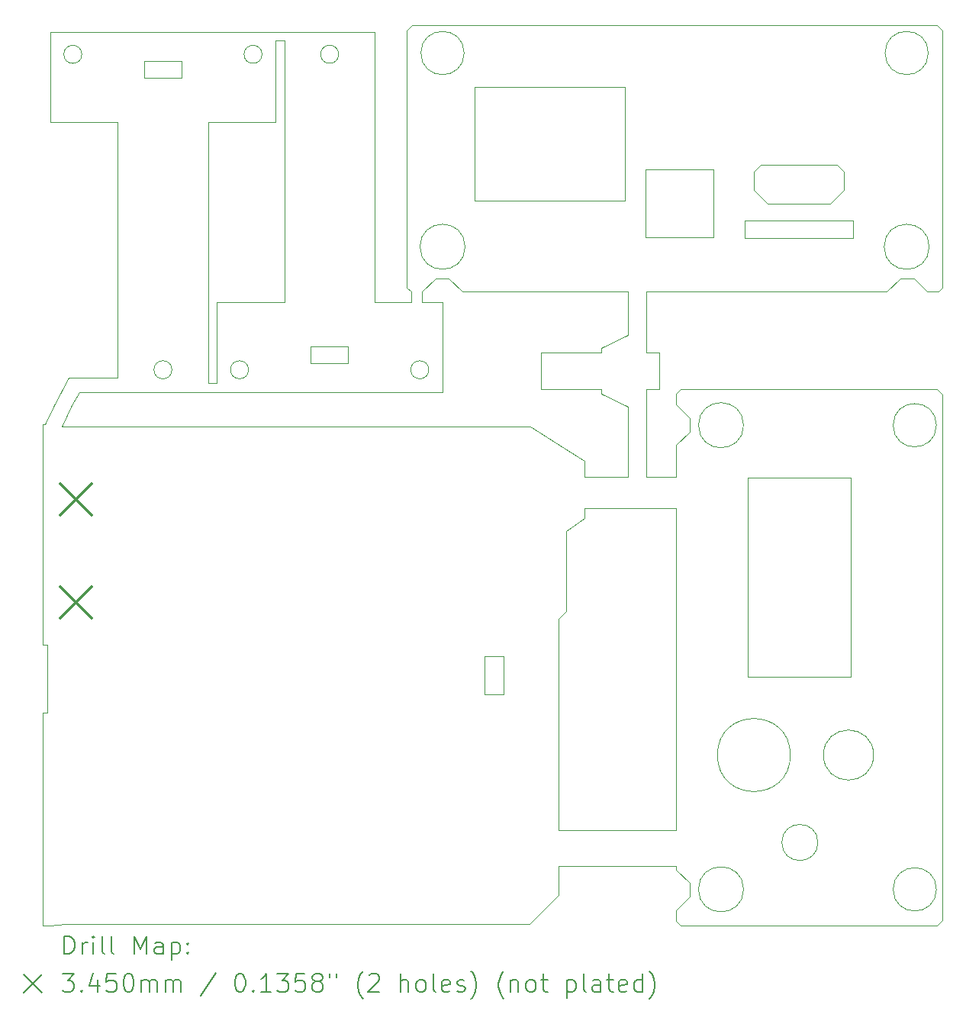
<source format=gbr>
%TF.GenerationSoftware,KiCad,Pcbnew,7.0.1-0*%
%TF.CreationDate,2023-06-29T07:12:17-04:00*%
%TF.ProjectId,CosmicWatch,436f736d-6963-4576-9174-63682e6b6963,rev?*%
%TF.SameCoordinates,Original*%
%TF.FileFunction,Drillmap*%
%TF.FilePolarity,Positive*%
%FSLAX45Y45*%
G04 Gerber Fmt 4.5, Leading zero omitted, Abs format (unit mm)*
G04 Created by KiCad (PCBNEW 7.0.1-0) date 2023-06-29 07:12:17*
%MOMM*%
%LPD*%
G01*
G04 APERTURE LIST*
%ADD10C,0.100000*%
%ADD11C,0.200000*%
%ADD12C,0.345000*%
G04 APERTURE END LIST*
D10*
X17263000Y-12971000D02*
X14748000Y-12971000D01*
X14678000Y-12971000D02*
X14213000Y-12971000D01*
X17913000Y-12971000D02*
X17263000Y-12971000D01*
X18008000Y-12971000D02*
X17913000Y-12971000D01*
X18078000Y-12971000D02*
X18013000Y-12971000D01*
X18013000Y-12971000D02*
X18008000Y-12971000D01*
X14748000Y-12971000D02*
X14678000Y-12971000D01*
X18198000Y-7451000D02*
X14233000Y-7451000D01*
X14213000Y-7451000D02*
X14233000Y-7451000D01*
X18198000Y-7451000D02*
X18298000Y-7451000D01*
X19403000Y-12971000D02*
X18078000Y-12971000D01*
X14113000Y-12986000D02*
X13998000Y-12986000D01*
X14138000Y-12976000D02*
X14113000Y-12986000D01*
X14138000Y-12976000D02*
X14203000Y-12976000D01*
X14203000Y-12976000D02*
X14213000Y-12971000D01*
X18298000Y-7451000D02*
X18518000Y-7451000D01*
X13998000Y-9636000D02*
X13998000Y-8026000D01*
X13998000Y-10626000D02*
X13998000Y-12986000D01*
X13998000Y-8026000D02*
X13998000Y-7426000D01*
X19725500Y-12648500D02*
X19403000Y-12971000D01*
X19725500Y-12331000D02*
X19725500Y-12648500D01*
X19725500Y-12331000D02*
X21028000Y-12331000D01*
X21078000Y-12986000D02*
X23928000Y-12986000D01*
X23513000Y-7036000D02*
X21078000Y-7036000D01*
X22968000Y-8016000D02*
X21828000Y-8016000D01*
X21828000Y-8016000D02*
X21828000Y-10226000D01*
X21828000Y-10226000D02*
X22968000Y-10226000D01*
X22968000Y-10226000D02*
X22968000Y-8016000D01*
X21028000Y-7206000D02*
X21178000Y-7356000D01*
X21178000Y-7356000D02*
X21178000Y-7506000D01*
X21028000Y-12816000D02*
X21178000Y-12666000D01*
X21178000Y-12666000D02*
X21178000Y-12516000D01*
X21178000Y-12516000D02*
X21028000Y-12366000D01*
X21028000Y-7086000D02*
X21028000Y-7206000D01*
X21028000Y-12816000D02*
X21028000Y-12936000D01*
X21028000Y-8356000D02*
X21028000Y-11931000D01*
X22603062Y-12066000D02*
G75*
G03*
X22603062Y-12066000I-200063J0D01*
G01*
X23928000Y-7036000D02*
X23988000Y-7096000D01*
X23928000Y-12986000D02*
X23988000Y-12926000D01*
X21028000Y-7086000D02*
X21078000Y-7036000D01*
X21078000Y-12986000D02*
X21028000Y-12936000D01*
X19408000Y-7451000D02*
X18518000Y-7451000D01*
X18903000Y-10003500D02*
X19118000Y-10003500D01*
X23220714Y-11096000D02*
G75*
G03*
X23220714Y-11096000I-277714J0D01*
G01*
X19725500Y-11931000D02*
X19725500Y-9581000D01*
X21178000Y-7506000D02*
X21028000Y-7656000D01*
X20013000Y-8471000D02*
X19808000Y-8611000D01*
X21028000Y-12331000D02*
X21028000Y-12366000D01*
X20013000Y-8356000D02*
X20013000Y-8471000D01*
X18903000Y-10418500D02*
X18903000Y-10003500D01*
X19788000Y-7691000D02*
X20013000Y-7836000D01*
X16435502Y-3320863D02*
G75*
G03*
X16435502Y-3320863I-100000J0D01*
G01*
X15435502Y-6820863D02*
G75*
G03*
X15435502Y-6820863I-100000J0D01*
G01*
X14835502Y-5520863D02*
X14835500Y-6908500D01*
X15543000Y-3398500D02*
X15543000Y-3578500D01*
X15543000Y-3578500D02*
X15128000Y-3578500D01*
X15128000Y-3578500D02*
X15128000Y-3398500D01*
X15128000Y-3398500D02*
X15543000Y-3398500D01*
X14835502Y-7070863D02*
X15705502Y-7070863D01*
X15935502Y-7070863D02*
X15705502Y-7070863D01*
X19788000Y-7691000D02*
X19408000Y-7451000D01*
X20495500Y-8011000D02*
X20035500Y-8011000D01*
X20013000Y-8356000D02*
X21028000Y-8356000D01*
X21778000Y-7436000D02*
G75*
G03*
X21778000Y-7436000I-250000J0D01*
G01*
X23918000Y-7436000D02*
G75*
G03*
X23918000Y-7436000I-240000J0D01*
G01*
X23918000Y-12586000D02*
G75*
G03*
X23918000Y-12586000I-240000J0D01*
G01*
X21778000Y-12586000D02*
G75*
G03*
X21778000Y-12586000I-250000J0D01*
G01*
X13998000Y-9876000D02*
X13998000Y-9636000D01*
X17685502Y-6070863D02*
X17685502Y-3070863D01*
X16685502Y-3170863D02*
X16685502Y-6070863D01*
X17285502Y-3320863D02*
G75*
G03*
X17285502Y-3320863I-100000J0D01*
G01*
X18285500Y-6820863D02*
G75*
G03*
X18285500Y-6820863I-100000J0D01*
G01*
X21028000Y-8011000D02*
X21028000Y-7656000D01*
X15835502Y-6970863D02*
X15835502Y-4070863D01*
X18508000Y-5806000D02*
X18658000Y-5956000D01*
X18358000Y-5806000D02*
X18508000Y-5806000D01*
X23518000Y-5806000D02*
X23368000Y-5956000D01*
X18038000Y-3056000D02*
X18038000Y-5906000D01*
X23988000Y-5906000D02*
X23988000Y-3056000D01*
X18208000Y-5956000D02*
X18358000Y-5806000D01*
X23818000Y-5956000D02*
X23668000Y-5806000D01*
X23668000Y-5806000D02*
X23518000Y-5806000D01*
X22893000Y-4716000D02*
X22893000Y-4621000D01*
X22818000Y-4546000D02*
X21968000Y-4546000D01*
X21893000Y-4621000D02*
X21893000Y-4826000D01*
X22043000Y-4976000D02*
X22743000Y-4976000D01*
X22893000Y-4826000D02*
X22893000Y-4716000D01*
X18798000Y-4946000D02*
X20458000Y-4946000D01*
X20458000Y-3686000D02*
X18798000Y-3686000D01*
X18798000Y-3686000D02*
X18798000Y-4946000D01*
X23348000Y-5956000D02*
X20695500Y-5956000D01*
X23368000Y-5956000D02*
X23348000Y-5956000D01*
X18088000Y-5956000D02*
X18088000Y-6071000D01*
X20458000Y-4946000D02*
X20458000Y-3686000D01*
X18658000Y-5956000D02*
X20495500Y-5956000D01*
X23938000Y-5956000D02*
X23988000Y-5906000D01*
X18038000Y-5906000D02*
X18088000Y-5956000D01*
X22993000Y-5161000D02*
X22993000Y-5356000D01*
X22993000Y-5356000D02*
X21793000Y-5356000D01*
X21793000Y-5356000D02*
X21793000Y-5161000D01*
X21793000Y-5161000D02*
X22993000Y-5161000D01*
X18038000Y-3056000D02*
X18098000Y-2996000D01*
X23988000Y-3056000D02*
X23928000Y-2996000D01*
X18098000Y-2996000D02*
X23928000Y-2996000D01*
X22043000Y-4976000D02*
X21893000Y-4826000D01*
X22743000Y-4976000D02*
X22893000Y-4826000D01*
X22893000Y-4621000D02*
X22818000Y-4546000D01*
X21893000Y-4621000D02*
X21968000Y-4546000D01*
X23818000Y-5956000D02*
X23938000Y-5956000D01*
X18678000Y-3306000D02*
G75*
G03*
X18678000Y-3306000I-240000J0D01*
G01*
X18688000Y-5456000D02*
G75*
G03*
X18688000Y-5456000I-250000J0D01*
G01*
X23838000Y-5456000D02*
G75*
G03*
X23838000Y-5456000I-250000J0D01*
G01*
X23828000Y-3306000D02*
G75*
G03*
X23828000Y-3306000I-240000J0D01*
G01*
X21448000Y-5351000D02*
X20693000Y-5351000D01*
X21448000Y-4601000D02*
X21448000Y-5351000D01*
X21448000Y-4601000D02*
X20693000Y-4601000D01*
X20693000Y-5351000D02*
X20693000Y-4601000D01*
X14023000Y-7426000D02*
X14133000Y-7211000D01*
X19535500Y-7033500D02*
X20195500Y-7033500D01*
X20695500Y-6633500D02*
X20695500Y-5956000D01*
X20695500Y-8011000D02*
X20695500Y-7033500D01*
X20695500Y-7033500D02*
X20843000Y-7033500D01*
X20195500Y-6633500D02*
X20195500Y-6581000D01*
X20695500Y-6633500D02*
X20843000Y-6633500D01*
X20195500Y-6633500D02*
X19533000Y-6633500D01*
X13998000Y-9876000D02*
X14053000Y-9876000D01*
X15935502Y-6070863D02*
X16685502Y-6070863D01*
X20195500Y-7086000D02*
X20495500Y-7233500D01*
X14835502Y-7070863D02*
X14408000Y-7071000D01*
X23913000Y-7036000D02*
X23928000Y-7036000D01*
X14290500Y-6908500D02*
X14835500Y-6908500D01*
X18435502Y-7070863D02*
X15935502Y-7070863D01*
X19533000Y-6633500D02*
X19533000Y-7033500D01*
X14835502Y-3070863D02*
X15835502Y-3070863D01*
X16975500Y-6746000D02*
X16975500Y-6566000D01*
X19863000Y-11929000D02*
X19725500Y-11931000D01*
X19808000Y-8611000D02*
X19808000Y-9496000D01*
X19118000Y-10003500D02*
X19118000Y-10418500D01*
X18088000Y-6071000D02*
X17685502Y-6070863D01*
X15935502Y-6970863D02*
X15835502Y-6970863D01*
X20495500Y-6433500D02*
X20495500Y-5956000D01*
X17390500Y-6746000D02*
X16975500Y-6746000D01*
X20495500Y-8011000D02*
X20495500Y-7233500D01*
X18435502Y-7070863D02*
X18435500Y-6071000D01*
X15935502Y-6970863D02*
X15935502Y-6070863D01*
X14835502Y-4070863D02*
X14835502Y-5520863D01*
X16685502Y-3070863D02*
X17685502Y-3070863D01*
X14435502Y-3320863D02*
G75*
G03*
X14435502Y-3320863I-100000J0D01*
G01*
X14053000Y-10626000D02*
X13998000Y-10626000D01*
X16975500Y-6566000D02*
X17390500Y-6566000D01*
X16585502Y-4070863D02*
X15835502Y-4070863D01*
X15835502Y-3070863D02*
X16685502Y-3070863D01*
X20195500Y-7033500D02*
X20195500Y-7086000D01*
X16585502Y-3170863D02*
X16685502Y-3170863D01*
X20013000Y-8011000D02*
X20035500Y-8011000D01*
X14053000Y-9876000D02*
X14053000Y-10626000D01*
X19533000Y-7033500D02*
X19535500Y-7033500D01*
X14133000Y-7211000D02*
X14290500Y-6908500D01*
X20013000Y-7836000D02*
X20013000Y-8011000D01*
X23513000Y-7036000D02*
X23913000Y-7036000D01*
X14085502Y-3070863D02*
X14085502Y-4070863D01*
X20843000Y-6633500D02*
X20843000Y-7033500D01*
X23988000Y-7096000D02*
X23988000Y-12926000D01*
X22298031Y-11096000D02*
G75*
G03*
X22298031Y-11096000I-405031J0D01*
G01*
X16285500Y-6820863D02*
G75*
G03*
X16285500Y-6820863I-100000J0D01*
G01*
X14213000Y-7451000D02*
X14323000Y-7211000D01*
X20695500Y-8011000D02*
X21028000Y-8011000D01*
X14085502Y-4070863D02*
X14835502Y-4070863D01*
X18208000Y-6071000D02*
X18435500Y-6071000D01*
X19118000Y-10418500D02*
X18903000Y-10418500D01*
X19863000Y-11929000D02*
X21028000Y-11931000D01*
X18208000Y-5956000D02*
X18208000Y-6071000D01*
X19808000Y-9496000D02*
X19725500Y-9581000D01*
X14835502Y-3070863D02*
X14085502Y-3070863D01*
X20195500Y-6581000D02*
X20495500Y-6433500D01*
X16585502Y-4070863D02*
X16585502Y-3170863D01*
X17390500Y-6566000D02*
X17390500Y-6746000D01*
X14023000Y-7426000D02*
X13998000Y-7426000D01*
X14408000Y-7071000D02*
X14323000Y-7211000D01*
D11*
D12*
X14198500Y-8085500D02*
X14543500Y-8430500D01*
X14543500Y-8085500D02*
X14198500Y-8430500D01*
X14198500Y-9228500D02*
X14543500Y-9573500D01*
X14543500Y-9228500D02*
X14198500Y-9573500D01*
D11*
X14240619Y-13303524D02*
X14240619Y-13103524D01*
X14240619Y-13103524D02*
X14288238Y-13103524D01*
X14288238Y-13103524D02*
X14316809Y-13113048D01*
X14316809Y-13113048D02*
X14335857Y-13132095D01*
X14335857Y-13132095D02*
X14345381Y-13151143D01*
X14345381Y-13151143D02*
X14354905Y-13189238D01*
X14354905Y-13189238D02*
X14354905Y-13217809D01*
X14354905Y-13217809D02*
X14345381Y-13255905D01*
X14345381Y-13255905D02*
X14335857Y-13274952D01*
X14335857Y-13274952D02*
X14316809Y-13294000D01*
X14316809Y-13294000D02*
X14288238Y-13303524D01*
X14288238Y-13303524D02*
X14240619Y-13303524D01*
X14440619Y-13303524D02*
X14440619Y-13170190D01*
X14440619Y-13208286D02*
X14450143Y-13189238D01*
X14450143Y-13189238D02*
X14459667Y-13179714D01*
X14459667Y-13179714D02*
X14478714Y-13170190D01*
X14478714Y-13170190D02*
X14497762Y-13170190D01*
X14564428Y-13303524D02*
X14564428Y-13170190D01*
X14564428Y-13103524D02*
X14554905Y-13113048D01*
X14554905Y-13113048D02*
X14564428Y-13122571D01*
X14564428Y-13122571D02*
X14573952Y-13113048D01*
X14573952Y-13113048D02*
X14564428Y-13103524D01*
X14564428Y-13103524D02*
X14564428Y-13122571D01*
X14688238Y-13303524D02*
X14669190Y-13294000D01*
X14669190Y-13294000D02*
X14659667Y-13274952D01*
X14659667Y-13274952D02*
X14659667Y-13103524D01*
X14793000Y-13303524D02*
X14773952Y-13294000D01*
X14773952Y-13294000D02*
X14764428Y-13274952D01*
X14764428Y-13274952D02*
X14764428Y-13103524D01*
X15021571Y-13303524D02*
X15021571Y-13103524D01*
X15021571Y-13103524D02*
X15088238Y-13246381D01*
X15088238Y-13246381D02*
X15154905Y-13103524D01*
X15154905Y-13103524D02*
X15154905Y-13303524D01*
X15335857Y-13303524D02*
X15335857Y-13198762D01*
X15335857Y-13198762D02*
X15326333Y-13179714D01*
X15326333Y-13179714D02*
X15307286Y-13170190D01*
X15307286Y-13170190D02*
X15269190Y-13170190D01*
X15269190Y-13170190D02*
X15250143Y-13179714D01*
X15335857Y-13294000D02*
X15316809Y-13303524D01*
X15316809Y-13303524D02*
X15269190Y-13303524D01*
X15269190Y-13303524D02*
X15250143Y-13294000D01*
X15250143Y-13294000D02*
X15240619Y-13274952D01*
X15240619Y-13274952D02*
X15240619Y-13255905D01*
X15240619Y-13255905D02*
X15250143Y-13236857D01*
X15250143Y-13236857D02*
X15269190Y-13227333D01*
X15269190Y-13227333D02*
X15316809Y-13227333D01*
X15316809Y-13227333D02*
X15335857Y-13217809D01*
X15431095Y-13170190D02*
X15431095Y-13370190D01*
X15431095Y-13179714D02*
X15450143Y-13170190D01*
X15450143Y-13170190D02*
X15488238Y-13170190D01*
X15488238Y-13170190D02*
X15507286Y-13179714D01*
X15507286Y-13179714D02*
X15516809Y-13189238D01*
X15516809Y-13189238D02*
X15526333Y-13208286D01*
X15526333Y-13208286D02*
X15526333Y-13265428D01*
X15526333Y-13265428D02*
X15516809Y-13284476D01*
X15516809Y-13284476D02*
X15507286Y-13294000D01*
X15507286Y-13294000D02*
X15488238Y-13303524D01*
X15488238Y-13303524D02*
X15450143Y-13303524D01*
X15450143Y-13303524D02*
X15431095Y-13294000D01*
X15612048Y-13284476D02*
X15621571Y-13294000D01*
X15621571Y-13294000D02*
X15612048Y-13303524D01*
X15612048Y-13303524D02*
X15602524Y-13294000D01*
X15602524Y-13294000D02*
X15612048Y-13284476D01*
X15612048Y-13284476D02*
X15612048Y-13303524D01*
X15612048Y-13179714D02*
X15621571Y-13189238D01*
X15621571Y-13189238D02*
X15612048Y-13198762D01*
X15612048Y-13198762D02*
X15602524Y-13189238D01*
X15602524Y-13189238D02*
X15612048Y-13179714D01*
X15612048Y-13179714D02*
X15612048Y-13198762D01*
X13793000Y-13531000D02*
X13993000Y-13731000D01*
X13993000Y-13531000D02*
X13793000Y-13731000D01*
X14221571Y-13523524D02*
X14345381Y-13523524D01*
X14345381Y-13523524D02*
X14278714Y-13599714D01*
X14278714Y-13599714D02*
X14307286Y-13599714D01*
X14307286Y-13599714D02*
X14326333Y-13609238D01*
X14326333Y-13609238D02*
X14335857Y-13618762D01*
X14335857Y-13618762D02*
X14345381Y-13637809D01*
X14345381Y-13637809D02*
X14345381Y-13685428D01*
X14345381Y-13685428D02*
X14335857Y-13704476D01*
X14335857Y-13704476D02*
X14326333Y-13714000D01*
X14326333Y-13714000D02*
X14307286Y-13723524D01*
X14307286Y-13723524D02*
X14250143Y-13723524D01*
X14250143Y-13723524D02*
X14231095Y-13714000D01*
X14231095Y-13714000D02*
X14221571Y-13704476D01*
X14431095Y-13704476D02*
X14440619Y-13714000D01*
X14440619Y-13714000D02*
X14431095Y-13723524D01*
X14431095Y-13723524D02*
X14421571Y-13714000D01*
X14421571Y-13714000D02*
X14431095Y-13704476D01*
X14431095Y-13704476D02*
X14431095Y-13723524D01*
X14612048Y-13590190D02*
X14612048Y-13723524D01*
X14564428Y-13514000D02*
X14516809Y-13656857D01*
X14516809Y-13656857D02*
X14640619Y-13656857D01*
X14812048Y-13523524D02*
X14716809Y-13523524D01*
X14716809Y-13523524D02*
X14707286Y-13618762D01*
X14707286Y-13618762D02*
X14716809Y-13609238D01*
X14716809Y-13609238D02*
X14735857Y-13599714D01*
X14735857Y-13599714D02*
X14783476Y-13599714D01*
X14783476Y-13599714D02*
X14802524Y-13609238D01*
X14802524Y-13609238D02*
X14812048Y-13618762D01*
X14812048Y-13618762D02*
X14821571Y-13637809D01*
X14821571Y-13637809D02*
X14821571Y-13685428D01*
X14821571Y-13685428D02*
X14812048Y-13704476D01*
X14812048Y-13704476D02*
X14802524Y-13714000D01*
X14802524Y-13714000D02*
X14783476Y-13723524D01*
X14783476Y-13723524D02*
X14735857Y-13723524D01*
X14735857Y-13723524D02*
X14716809Y-13714000D01*
X14716809Y-13714000D02*
X14707286Y-13704476D01*
X14945381Y-13523524D02*
X14964429Y-13523524D01*
X14964429Y-13523524D02*
X14983476Y-13533048D01*
X14983476Y-13533048D02*
X14993000Y-13542571D01*
X14993000Y-13542571D02*
X15002524Y-13561619D01*
X15002524Y-13561619D02*
X15012048Y-13599714D01*
X15012048Y-13599714D02*
X15012048Y-13647333D01*
X15012048Y-13647333D02*
X15002524Y-13685428D01*
X15002524Y-13685428D02*
X14993000Y-13704476D01*
X14993000Y-13704476D02*
X14983476Y-13714000D01*
X14983476Y-13714000D02*
X14964429Y-13723524D01*
X14964429Y-13723524D02*
X14945381Y-13723524D01*
X14945381Y-13723524D02*
X14926333Y-13714000D01*
X14926333Y-13714000D02*
X14916809Y-13704476D01*
X14916809Y-13704476D02*
X14907286Y-13685428D01*
X14907286Y-13685428D02*
X14897762Y-13647333D01*
X14897762Y-13647333D02*
X14897762Y-13599714D01*
X14897762Y-13599714D02*
X14907286Y-13561619D01*
X14907286Y-13561619D02*
X14916809Y-13542571D01*
X14916809Y-13542571D02*
X14926333Y-13533048D01*
X14926333Y-13533048D02*
X14945381Y-13523524D01*
X15097762Y-13723524D02*
X15097762Y-13590190D01*
X15097762Y-13609238D02*
X15107286Y-13599714D01*
X15107286Y-13599714D02*
X15126333Y-13590190D01*
X15126333Y-13590190D02*
X15154905Y-13590190D01*
X15154905Y-13590190D02*
X15173952Y-13599714D01*
X15173952Y-13599714D02*
X15183476Y-13618762D01*
X15183476Y-13618762D02*
X15183476Y-13723524D01*
X15183476Y-13618762D02*
X15193000Y-13599714D01*
X15193000Y-13599714D02*
X15212048Y-13590190D01*
X15212048Y-13590190D02*
X15240619Y-13590190D01*
X15240619Y-13590190D02*
X15259667Y-13599714D01*
X15259667Y-13599714D02*
X15269190Y-13618762D01*
X15269190Y-13618762D02*
X15269190Y-13723524D01*
X15364429Y-13723524D02*
X15364429Y-13590190D01*
X15364429Y-13609238D02*
X15373952Y-13599714D01*
X15373952Y-13599714D02*
X15393000Y-13590190D01*
X15393000Y-13590190D02*
X15421571Y-13590190D01*
X15421571Y-13590190D02*
X15440619Y-13599714D01*
X15440619Y-13599714D02*
X15450143Y-13618762D01*
X15450143Y-13618762D02*
X15450143Y-13723524D01*
X15450143Y-13618762D02*
X15459667Y-13599714D01*
X15459667Y-13599714D02*
X15478714Y-13590190D01*
X15478714Y-13590190D02*
X15507286Y-13590190D01*
X15507286Y-13590190D02*
X15526333Y-13599714D01*
X15526333Y-13599714D02*
X15535857Y-13618762D01*
X15535857Y-13618762D02*
X15535857Y-13723524D01*
X15926333Y-13514000D02*
X15754905Y-13771143D01*
X16183476Y-13523524D02*
X16202524Y-13523524D01*
X16202524Y-13523524D02*
X16221572Y-13533048D01*
X16221572Y-13533048D02*
X16231095Y-13542571D01*
X16231095Y-13542571D02*
X16240619Y-13561619D01*
X16240619Y-13561619D02*
X16250143Y-13599714D01*
X16250143Y-13599714D02*
X16250143Y-13647333D01*
X16250143Y-13647333D02*
X16240619Y-13685428D01*
X16240619Y-13685428D02*
X16231095Y-13704476D01*
X16231095Y-13704476D02*
X16221572Y-13714000D01*
X16221572Y-13714000D02*
X16202524Y-13723524D01*
X16202524Y-13723524D02*
X16183476Y-13723524D01*
X16183476Y-13723524D02*
X16164429Y-13714000D01*
X16164429Y-13714000D02*
X16154905Y-13704476D01*
X16154905Y-13704476D02*
X16145381Y-13685428D01*
X16145381Y-13685428D02*
X16135857Y-13647333D01*
X16135857Y-13647333D02*
X16135857Y-13599714D01*
X16135857Y-13599714D02*
X16145381Y-13561619D01*
X16145381Y-13561619D02*
X16154905Y-13542571D01*
X16154905Y-13542571D02*
X16164429Y-13533048D01*
X16164429Y-13533048D02*
X16183476Y-13523524D01*
X16335857Y-13704476D02*
X16345381Y-13714000D01*
X16345381Y-13714000D02*
X16335857Y-13723524D01*
X16335857Y-13723524D02*
X16326333Y-13714000D01*
X16326333Y-13714000D02*
X16335857Y-13704476D01*
X16335857Y-13704476D02*
X16335857Y-13723524D01*
X16535857Y-13723524D02*
X16421572Y-13723524D01*
X16478714Y-13723524D02*
X16478714Y-13523524D01*
X16478714Y-13523524D02*
X16459667Y-13552095D01*
X16459667Y-13552095D02*
X16440619Y-13571143D01*
X16440619Y-13571143D02*
X16421572Y-13580667D01*
X16602524Y-13523524D02*
X16726333Y-13523524D01*
X16726333Y-13523524D02*
X16659667Y-13599714D01*
X16659667Y-13599714D02*
X16688238Y-13599714D01*
X16688238Y-13599714D02*
X16707286Y-13609238D01*
X16707286Y-13609238D02*
X16716810Y-13618762D01*
X16716810Y-13618762D02*
X16726333Y-13637809D01*
X16726333Y-13637809D02*
X16726333Y-13685428D01*
X16726333Y-13685428D02*
X16716810Y-13704476D01*
X16716810Y-13704476D02*
X16707286Y-13714000D01*
X16707286Y-13714000D02*
X16688238Y-13723524D01*
X16688238Y-13723524D02*
X16631095Y-13723524D01*
X16631095Y-13723524D02*
X16612048Y-13714000D01*
X16612048Y-13714000D02*
X16602524Y-13704476D01*
X16907286Y-13523524D02*
X16812048Y-13523524D01*
X16812048Y-13523524D02*
X16802524Y-13618762D01*
X16802524Y-13618762D02*
X16812048Y-13609238D01*
X16812048Y-13609238D02*
X16831095Y-13599714D01*
X16831095Y-13599714D02*
X16878715Y-13599714D01*
X16878715Y-13599714D02*
X16897762Y-13609238D01*
X16897762Y-13609238D02*
X16907286Y-13618762D01*
X16907286Y-13618762D02*
X16916810Y-13637809D01*
X16916810Y-13637809D02*
X16916810Y-13685428D01*
X16916810Y-13685428D02*
X16907286Y-13704476D01*
X16907286Y-13704476D02*
X16897762Y-13714000D01*
X16897762Y-13714000D02*
X16878715Y-13723524D01*
X16878715Y-13723524D02*
X16831095Y-13723524D01*
X16831095Y-13723524D02*
X16812048Y-13714000D01*
X16812048Y-13714000D02*
X16802524Y-13704476D01*
X17031095Y-13609238D02*
X17012048Y-13599714D01*
X17012048Y-13599714D02*
X17002524Y-13590190D01*
X17002524Y-13590190D02*
X16993000Y-13571143D01*
X16993000Y-13571143D02*
X16993000Y-13561619D01*
X16993000Y-13561619D02*
X17002524Y-13542571D01*
X17002524Y-13542571D02*
X17012048Y-13533048D01*
X17012048Y-13533048D02*
X17031095Y-13523524D01*
X17031095Y-13523524D02*
X17069191Y-13523524D01*
X17069191Y-13523524D02*
X17088238Y-13533048D01*
X17088238Y-13533048D02*
X17097762Y-13542571D01*
X17097762Y-13542571D02*
X17107286Y-13561619D01*
X17107286Y-13561619D02*
X17107286Y-13571143D01*
X17107286Y-13571143D02*
X17097762Y-13590190D01*
X17097762Y-13590190D02*
X17088238Y-13599714D01*
X17088238Y-13599714D02*
X17069191Y-13609238D01*
X17069191Y-13609238D02*
X17031095Y-13609238D01*
X17031095Y-13609238D02*
X17012048Y-13618762D01*
X17012048Y-13618762D02*
X17002524Y-13628286D01*
X17002524Y-13628286D02*
X16993000Y-13647333D01*
X16993000Y-13647333D02*
X16993000Y-13685428D01*
X16993000Y-13685428D02*
X17002524Y-13704476D01*
X17002524Y-13704476D02*
X17012048Y-13714000D01*
X17012048Y-13714000D02*
X17031095Y-13723524D01*
X17031095Y-13723524D02*
X17069191Y-13723524D01*
X17069191Y-13723524D02*
X17088238Y-13714000D01*
X17088238Y-13714000D02*
X17097762Y-13704476D01*
X17097762Y-13704476D02*
X17107286Y-13685428D01*
X17107286Y-13685428D02*
X17107286Y-13647333D01*
X17107286Y-13647333D02*
X17097762Y-13628286D01*
X17097762Y-13628286D02*
X17088238Y-13618762D01*
X17088238Y-13618762D02*
X17069191Y-13609238D01*
X17183476Y-13523524D02*
X17183476Y-13561619D01*
X17259667Y-13523524D02*
X17259667Y-13561619D01*
X17554905Y-13799714D02*
X17545381Y-13790190D01*
X17545381Y-13790190D02*
X17526334Y-13761619D01*
X17526334Y-13761619D02*
X17516810Y-13742571D01*
X17516810Y-13742571D02*
X17507286Y-13714000D01*
X17507286Y-13714000D02*
X17497762Y-13666381D01*
X17497762Y-13666381D02*
X17497762Y-13628286D01*
X17497762Y-13628286D02*
X17507286Y-13580667D01*
X17507286Y-13580667D02*
X17516810Y-13552095D01*
X17516810Y-13552095D02*
X17526334Y-13533048D01*
X17526334Y-13533048D02*
X17545381Y-13504476D01*
X17545381Y-13504476D02*
X17554905Y-13494952D01*
X17621572Y-13542571D02*
X17631096Y-13533048D01*
X17631096Y-13533048D02*
X17650143Y-13523524D01*
X17650143Y-13523524D02*
X17697762Y-13523524D01*
X17697762Y-13523524D02*
X17716810Y-13533048D01*
X17716810Y-13533048D02*
X17726334Y-13542571D01*
X17726334Y-13542571D02*
X17735857Y-13561619D01*
X17735857Y-13561619D02*
X17735857Y-13580667D01*
X17735857Y-13580667D02*
X17726334Y-13609238D01*
X17726334Y-13609238D02*
X17612048Y-13723524D01*
X17612048Y-13723524D02*
X17735857Y-13723524D01*
X17973953Y-13723524D02*
X17973953Y-13523524D01*
X18059667Y-13723524D02*
X18059667Y-13618762D01*
X18059667Y-13618762D02*
X18050143Y-13599714D01*
X18050143Y-13599714D02*
X18031096Y-13590190D01*
X18031096Y-13590190D02*
X18002524Y-13590190D01*
X18002524Y-13590190D02*
X17983477Y-13599714D01*
X17983477Y-13599714D02*
X17973953Y-13609238D01*
X18183477Y-13723524D02*
X18164429Y-13714000D01*
X18164429Y-13714000D02*
X18154905Y-13704476D01*
X18154905Y-13704476D02*
X18145381Y-13685428D01*
X18145381Y-13685428D02*
X18145381Y-13628286D01*
X18145381Y-13628286D02*
X18154905Y-13609238D01*
X18154905Y-13609238D02*
X18164429Y-13599714D01*
X18164429Y-13599714D02*
X18183477Y-13590190D01*
X18183477Y-13590190D02*
X18212048Y-13590190D01*
X18212048Y-13590190D02*
X18231096Y-13599714D01*
X18231096Y-13599714D02*
X18240619Y-13609238D01*
X18240619Y-13609238D02*
X18250143Y-13628286D01*
X18250143Y-13628286D02*
X18250143Y-13685428D01*
X18250143Y-13685428D02*
X18240619Y-13704476D01*
X18240619Y-13704476D02*
X18231096Y-13714000D01*
X18231096Y-13714000D02*
X18212048Y-13723524D01*
X18212048Y-13723524D02*
X18183477Y-13723524D01*
X18364429Y-13723524D02*
X18345381Y-13714000D01*
X18345381Y-13714000D02*
X18335858Y-13694952D01*
X18335858Y-13694952D02*
X18335858Y-13523524D01*
X18516810Y-13714000D02*
X18497762Y-13723524D01*
X18497762Y-13723524D02*
X18459667Y-13723524D01*
X18459667Y-13723524D02*
X18440619Y-13714000D01*
X18440619Y-13714000D02*
X18431096Y-13694952D01*
X18431096Y-13694952D02*
X18431096Y-13618762D01*
X18431096Y-13618762D02*
X18440619Y-13599714D01*
X18440619Y-13599714D02*
X18459667Y-13590190D01*
X18459667Y-13590190D02*
X18497762Y-13590190D01*
X18497762Y-13590190D02*
X18516810Y-13599714D01*
X18516810Y-13599714D02*
X18526334Y-13618762D01*
X18526334Y-13618762D02*
X18526334Y-13637809D01*
X18526334Y-13637809D02*
X18431096Y-13656857D01*
X18602524Y-13714000D02*
X18621572Y-13723524D01*
X18621572Y-13723524D02*
X18659667Y-13723524D01*
X18659667Y-13723524D02*
X18678715Y-13714000D01*
X18678715Y-13714000D02*
X18688239Y-13694952D01*
X18688239Y-13694952D02*
X18688239Y-13685428D01*
X18688239Y-13685428D02*
X18678715Y-13666381D01*
X18678715Y-13666381D02*
X18659667Y-13656857D01*
X18659667Y-13656857D02*
X18631096Y-13656857D01*
X18631096Y-13656857D02*
X18612048Y-13647333D01*
X18612048Y-13647333D02*
X18602524Y-13628286D01*
X18602524Y-13628286D02*
X18602524Y-13618762D01*
X18602524Y-13618762D02*
X18612048Y-13599714D01*
X18612048Y-13599714D02*
X18631096Y-13590190D01*
X18631096Y-13590190D02*
X18659667Y-13590190D01*
X18659667Y-13590190D02*
X18678715Y-13599714D01*
X18754905Y-13799714D02*
X18764429Y-13790190D01*
X18764429Y-13790190D02*
X18783477Y-13761619D01*
X18783477Y-13761619D02*
X18793000Y-13742571D01*
X18793000Y-13742571D02*
X18802524Y-13714000D01*
X18802524Y-13714000D02*
X18812048Y-13666381D01*
X18812048Y-13666381D02*
X18812048Y-13628286D01*
X18812048Y-13628286D02*
X18802524Y-13580667D01*
X18802524Y-13580667D02*
X18793000Y-13552095D01*
X18793000Y-13552095D02*
X18783477Y-13533048D01*
X18783477Y-13533048D02*
X18764429Y-13504476D01*
X18764429Y-13504476D02*
X18754905Y-13494952D01*
X19116810Y-13799714D02*
X19107286Y-13790190D01*
X19107286Y-13790190D02*
X19088239Y-13761619D01*
X19088239Y-13761619D02*
X19078715Y-13742571D01*
X19078715Y-13742571D02*
X19069191Y-13714000D01*
X19069191Y-13714000D02*
X19059667Y-13666381D01*
X19059667Y-13666381D02*
X19059667Y-13628286D01*
X19059667Y-13628286D02*
X19069191Y-13580667D01*
X19069191Y-13580667D02*
X19078715Y-13552095D01*
X19078715Y-13552095D02*
X19088239Y-13533048D01*
X19088239Y-13533048D02*
X19107286Y-13504476D01*
X19107286Y-13504476D02*
X19116810Y-13494952D01*
X19193000Y-13590190D02*
X19193000Y-13723524D01*
X19193000Y-13609238D02*
X19202524Y-13599714D01*
X19202524Y-13599714D02*
X19221572Y-13590190D01*
X19221572Y-13590190D02*
X19250143Y-13590190D01*
X19250143Y-13590190D02*
X19269191Y-13599714D01*
X19269191Y-13599714D02*
X19278715Y-13618762D01*
X19278715Y-13618762D02*
X19278715Y-13723524D01*
X19402524Y-13723524D02*
X19383477Y-13714000D01*
X19383477Y-13714000D02*
X19373953Y-13704476D01*
X19373953Y-13704476D02*
X19364429Y-13685428D01*
X19364429Y-13685428D02*
X19364429Y-13628286D01*
X19364429Y-13628286D02*
X19373953Y-13609238D01*
X19373953Y-13609238D02*
X19383477Y-13599714D01*
X19383477Y-13599714D02*
X19402524Y-13590190D01*
X19402524Y-13590190D02*
X19431096Y-13590190D01*
X19431096Y-13590190D02*
X19450143Y-13599714D01*
X19450143Y-13599714D02*
X19459667Y-13609238D01*
X19459667Y-13609238D02*
X19469191Y-13628286D01*
X19469191Y-13628286D02*
X19469191Y-13685428D01*
X19469191Y-13685428D02*
X19459667Y-13704476D01*
X19459667Y-13704476D02*
X19450143Y-13714000D01*
X19450143Y-13714000D02*
X19431096Y-13723524D01*
X19431096Y-13723524D02*
X19402524Y-13723524D01*
X19526334Y-13590190D02*
X19602524Y-13590190D01*
X19554905Y-13523524D02*
X19554905Y-13694952D01*
X19554905Y-13694952D02*
X19564429Y-13714000D01*
X19564429Y-13714000D02*
X19583477Y-13723524D01*
X19583477Y-13723524D02*
X19602524Y-13723524D01*
X19821572Y-13590190D02*
X19821572Y-13790190D01*
X19821572Y-13599714D02*
X19840620Y-13590190D01*
X19840620Y-13590190D02*
X19878715Y-13590190D01*
X19878715Y-13590190D02*
X19897762Y-13599714D01*
X19897762Y-13599714D02*
X19907286Y-13609238D01*
X19907286Y-13609238D02*
X19916810Y-13628286D01*
X19916810Y-13628286D02*
X19916810Y-13685428D01*
X19916810Y-13685428D02*
X19907286Y-13704476D01*
X19907286Y-13704476D02*
X19897762Y-13714000D01*
X19897762Y-13714000D02*
X19878715Y-13723524D01*
X19878715Y-13723524D02*
X19840620Y-13723524D01*
X19840620Y-13723524D02*
X19821572Y-13714000D01*
X20031096Y-13723524D02*
X20012048Y-13714000D01*
X20012048Y-13714000D02*
X20002524Y-13694952D01*
X20002524Y-13694952D02*
X20002524Y-13523524D01*
X20193001Y-13723524D02*
X20193001Y-13618762D01*
X20193001Y-13618762D02*
X20183477Y-13599714D01*
X20183477Y-13599714D02*
X20164429Y-13590190D01*
X20164429Y-13590190D02*
X20126334Y-13590190D01*
X20126334Y-13590190D02*
X20107286Y-13599714D01*
X20193001Y-13714000D02*
X20173953Y-13723524D01*
X20173953Y-13723524D02*
X20126334Y-13723524D01*
X20126334Y-13723524D02*
X20107286Y-13714000D01*
X20107286Y-13714000D02*
X20097762Y-13694952D01*
X20097762Y-13694952D02*
X20097762Y-13675905D01*
X20097762Y-13675905D02*
X20107286Y-13656857D01*
X20107286Y-13656857D02*
X20126334Y-13647333D01*
X20126334Y-13647333D02*
X20173953Y-13647333D01*
X20173953Y-13647333D02*
X20193001Y-13637809D01*
X20259667Y-13590190D02*
X20335858Y-13590190D01*
X20288239Y-13523524D02*
X20288239Y-13694952D01*
X20288239Y-13694952D02*
X20297762Y-13714000D01*
X20297762Y-13714000D02*
X20316810Y-13723524D01*
X20316810Y-13723524D02*
X20335858Y-13723524D01*
X20478715Y-13714000D02*
X20459667Y-13723524D01*
X20459667Y-13723524D02*
X20421572Y-13723524D01*
X20421572Y-13723524D02*
X20402524Y-13714000D01*
X20402524Y-13714000D02*
X20393001Y-13694952D01*
X20393001Y-13694952D02*
X20393001Y-13618762D01*
X20393001Y-13618762D02*
X20402524Y-13599714D01*
X20402524Y-13599714D02*
X20421572Y-13590190D01*
X20421572Y-13590190D02*
X20459667Y-13590190D01*
X20459667Y-13590190D02*
X20478715Y-13599714D01*
X20478715Y-13599714D02*
X20488239Y-13618762D01*
X20488239Y-13618762D02*
X20488239Y-13637809D01*
X20488239Y-13637809D02*
X20393001Y-13656857D01*
X20659667Y-13723524D02*
X20659667Y-13523524D01*
X20659667Y-13714000D02*
X20640620Y-13723524D01*
X20640620Y-13723524D02*
X20602524Y-13723524D01*
X20602524Y-13723524D02*
X20583477Y-13714000D01*
X20583477Y-13714000D02*
X20573953Y-13704476D01*
X20573953Y-13704476D02*
X20564429Y-13685428D01*
X20564429Y-13685428D02*
X20564429Y-13628286D01*
X20564429Y-13628286D02*
X20573953Y-13609238D01*
X20573953Y-13609238D02*
X20583477Y-13599714D01*
X20583477Y-13599714D02*
X20602524Y-13590190D01*
X20602524Y-13590190D02*
X20640620Y-13590190D01*
X20640620Y-13590190D02*
X20659667Y-13599714D01*
X20735858Y-13799714D02*
X20745382Y-13790190D01*
X20745382Y-13790190D02*
X20764429Y-13761619D01*
X20764429Y-13761619D02*
X20773953Y-13742571D01*
X20773953Y-13742571D02*
X20783477Y-13714000D01*
X20783477Y-13714000D02*
X20793001Y-13666381D01*
X20793001Y-13666381D02*
X20793001Y-13628286D01*
X20793001Y-13628286D02*
X20783477Y-13580667D01*
X20783477Y-13580667D02*
X20773953Y-13552095D01*
X20773953Y-13552095D02*
X20764429Y-13533048D01*
X20764429Y-13533048D02*
X20745382Y-13504476D01*
X20745382Y-13504476D02*
X20735858Y-13494952D01*
M02*

</source>
